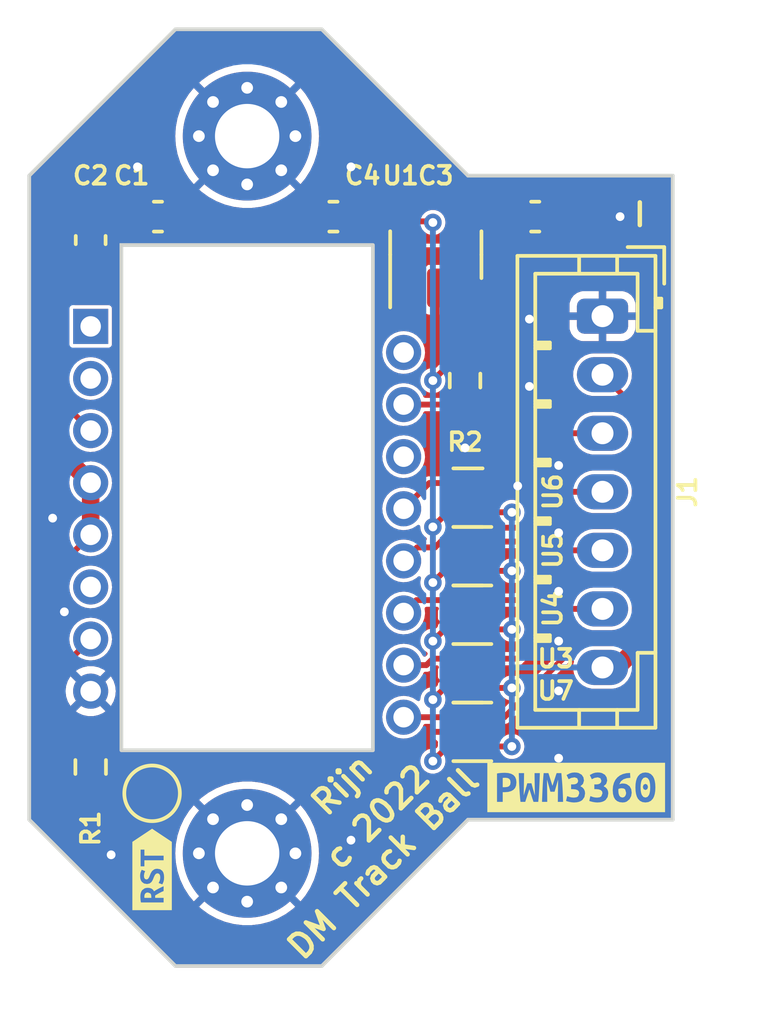
<source format=kicad_pcb>
(kicad_pcb (version 20211014) (generator pcbnew)
  (title_block (rev "1"))
  (layers (0 "F.Cu" signal "Front") (1 "In1.Cu" signal) (2 "In2.Cu" signal) (31 "B.Cu" signal "Back") (34 "B.Paste" user) (35 "F.Paste" user) (36 "B.SilkS" user "B.Silkscreen") (37 "F.SilkS" user "F.Silkscreen") (38 "B.Mask" user) (39 "F.Mask" user) (44 "Edge.Cuts" user))
  (net 0 "")
  (net 1 "Net-(C1-Pad1)")
  (net 2 "GND")
  (net 3 "+5V")
  (net 4 "+1V8")
  (net 5 "PWM_INT")
  (net 6 "PWM_CS")
  (net 7 "MISO")
  (net 8 "MOSI")
  (net 9 "SCK")
  (net 10 "Net-(R1-Pad1)")
  (net 11 "Net-(R2-Pad1)")
  (net 17 "/NCS_L")
  (net 18 "/MISO_L")
  (net 20 "/MOSI_L")
  (net 21 "/SCLK_L")
  (net 22 "/MOTION_L")
  (footprint "Package_TO_SOT_SMD:SOT-23-5" (layer "F.Cu") (at 173.9 78.7 90)
    (fp_text reference "U1" (at 2.7 -1.2 180) (layer "F.SilkS") (effects (font (size 0.6096 0.6096) (thickness 0.127))))
    (fp_text value "TLV70018_SOT23-5")
    (fp_line (start 0 1.56) (end 0.8 1.56) (layer "F.SilkS") (width 0.127))
    (fp_line (start 0 -1.56) (end 0.8 -1.56) (layer "F.SilkS") (width 0.127))
    (fp_line (start 0 1.56) (end -0.8 1.56) (layer "F.SilkS") (width 0.127))
    (fp_line (start 0 -1.56) (end -1.8 -1.56) (layer "F.SilkS") (width 0.127))
    (pad "1" smd roundrect (at -1.1375 -0.95 90) (size 1.325 0.6) (layers "F.Cu" "F.Paste" "F.Mask") (net 3 "+5V"))
    (pad "2" smd roundrect (at -1.1375 0 90) (size 1.325 0.6) (layers "F.Cu" "F.Paste" "F.Mask") (net 2 "GND"))
    (pad "3" smd roundrect (at -1.1375 0.95 90) (size 1.325 0.6) (layers "F.Cu" "F.Paste" "F.Mask") (net 3 "+5V"))
    (pad "4" smd roundrect (at 1.1375 0.95 90) (size 1.325 0.6) (layers "F.Cu" "F.Paste" "F.Mask"))
    (pad "5" smd roundrect (at 1.1375 -0.95 90) (size 1.325 0.6) (layers "F.Cu" "F.Paste" "F.Mask") (net 4 "+1V8"))
  )
  (footprint "pwm3360:USON-6" (layer "F.Cu") (at 175 89 90)
    (fp_text reference "U5" (at 0.2 2.9 90) (layer "F.SilkS") (effects (font (size 0.6096 0.6096) (thickness 0.127))))
    (fp_text value "SN74LVC1T45DPK")
    (fp_line (start -1 -0.5) (end -1 0.8) (layer "F.SilkS") (width 0.127))
    (fp_line (start 1 -0.5) (end 1 0.5) (layer "F.SilkS") (width 0.127))
    (pad "1" smd custom (at -0.5 0.675 90) (size 0.2 0.45) (layers "F.Cu" "F.Paste" "F.Mask") (net 3 "+5V") (options (clearance outline) (anchor rect)) (primitives (gr_poly (pts (xy -0.2 -0.225) (xy -0.2 -0.075) (xy -0.1 -0.075) (xy -0.1 -0.225)) (width 0) (fill yes))))
    (pad "2" smd rect (at 0 0.675 90) (size 0.2 0.45) (layers "F.Cu" "F.Paste" "F.Mask") (net 2 "GND"))
    (pad "3" smd rect (at 0.5 0.675 90) (size 0.2 0.45) (layers "F.Cu" "F.Paste" "F.Mask") (net 7 "MISO"))
    (pad "4" smd rect (at 0.5 -0.675 90) (size 0.2 0.45) (layers "F.Cu" "F.Paste" "F.Mask") (net 18 "/MISO_L"))
    (pad "5" smd rect (at 0 -0.675 90) (size 0.2 0.45) (layers "F.Cu" "F.Paste" "F.Mask") (net 6 "PWM_CS"))
    (pad "6" smd rect (at -0.5 -0.675 90) (size 0.2 0.45) (layers "F.Cu" "F.Paste" "F.Mask") (net 4 "+1V8"))
  )
  (footprint "Capacitor_SMD:C_0603_1608Metric" (layer "F.Cu") (at 162.1 78.2 -90)
    (fp_text reference "C2" (at -2.2 0 180) (layer "F.SilkS") (effects (font (size 0.6096 0.6096) (thickness 0.127))))
    (fp_text value "100n")
    (fp_line (start -0.14058 0.51) (end 0.14058 0.51) (layer "F.SilkS") (width 0.127))
    (fp_line (start -0.14058 -0.51) (end 0.14058 -0.51) (layer "F.SilkS") (width 0.127))
    (pad "1" smd roundrect (at -0.775 0 270) (size 0.9 0.95) (layers "F.Cu" "F.Paste" "F.Mask") (net 1 "Net-(C1-Pad1)"))
    (pad "2" smd roundrect (at 0.775 0 270) (size 0.9 0.95) (layers "F.Cu" "F.Paste" "F.Mask") (net 2 "GND"))
  )
  (footprint "pwm3360:USON-6" (layer "F.Cu") (at 175 95 90)
    (fp_text reference "U7" (at 1.4 3 180) (layer "F.SilkS") (effects (font (size 0.6096 0.6096) (thickness 0.127))))
    (fp_text value "SN74LVC1T45DPK")
    (fp_line (start 1 -0.5) (end 1 0.5) (layer "F.SilkS") (width 0.127))
    (fp_line (start -1 -0.5) (end -1 0.8) (layer "F.SilkS") (width 0.127))
    (pad "1" smd custom (at -0.5 0.675 90) (size 0.2 0.45) (layers "F.Cu" "F.Paste" "F.Mask") (net 3 "+5V") (options (clearance outline) (anchor rect)) (primitives (gr_poly (pts (xy -0.2 -0.225) (xy -0.2 -0.075) (xy -0.1 -0.075) (xy -0.1 -0.225)) (width 0) (fill yes))))
    (pad "2" smd rect (at 0 0.675 90) (size 0.2 0.45) (layers "F.Cu" "F.Paste" "F.Mask") (net 2 "GND"))
    (pad "3" smd rect (at 0.5 0.675 90) (size 0.2 0.45) (layers "F.Cu" "F.Paste" "F.Mask") (net 5 "PWM_INT"))
    (pad "4" smd rect (at 0.5 -0.675 90) (size 0.2 0.45) (layers "F.Cu" "F.Paste" "F.Mask") (net 22 "/MOTION_L"))
    (pad "5" smd rect (at 0 -0.675 90) (size 0.2 0.45) (layers "F.Cu" "F.Paste" "F.Mask") (net 2 "GND"))
    (pad "6" smd rect (at -0.5 -0.675 90) (size 0.2 0.45) (layers "F.Cu" "F.Paste" "F.Mask") (net 4 "+1V8"))
  )
  (footprint "pwm3360:USON-6" (layer "F.Cu") (at 175 93 90)
    (fp_text reference "U3" (at 0.5 3) (layer "F.SilkS") (effects (font (size 0.6096 0.6096) (thickness 0.127))))
    (fp_text value "SN74LVC1T45DPK")
    (fp_line (start 1 -0.5) (end 1 0.5) (layer "F.SilkS") (width 0.127))
    (fp_line (start -1 -0.5) (end -1 0.8) (layer "F.SilkS") (width 0.127))
    (pad "1" smd custom (at -0.5 0.675 90) (size 0.2 0.45) (layers "F.Cu" "F.Paste" "F.Mask") (net 3 "+5V") (options (clearance outline) (anchor rect)) (primitives (gr_poly (pts (xy -0.2 -0.225) (xy -0.2 -0.075) (xy -0.1 -0.075) (xy -0.1 -0.225)) (width 0) (fill yes))))
    (pad "2" smd rect (at 0 0.675 90) (size 0.2 0.45) (layers "F.Cu" "F.Paste" "F.Mask") (net 2 "GND"))
    (pad "3" smd rect (at 0.5 0.675 90) (size 0.2 0.45) (layers "F.Cu" "F.Paste" "F.Mask") (net 9 "SCK"))
    (pad "4" smd rect (at 0.5 -0.675 90) (size 0.2 0.45) (layers "F.Cu" "F.Paste" "F.Mask") (net 21 "/SCLK_L"))
    (pad "5" smd rect (at 0 -0.675 90) (size 0.2 0.45) (layers "F.Cu" "F.Paste" "F.Mask") (net 3 "+5V"))
    (pad "6" smd rect (at -0.5 -0.675 90) (size 0.2 0.45) (layers "F.Cu" "F.Paste" "F.Mask") (net 4 "+1V8"))
  )
  (footprint "pwm3360:DIP-16_W10.16mm" (layer "F.Cu") (at 162.1 81.15)
    (fp_text reference "U2" hide)
    (fp_text value "PWM3360")
    (fp_rect (start 1.05 -2.78) (end 9.65 14.48) (layer "Edge.Cuts") (width 0.127) (fill none))
    (pad "1" thru_hole rect (at 0 0) (size 1.2 1.2) (drill 0.7) (layers *.Cu *.Mask))
    (pad "2" thru_hole circle (at 0 1.78) (size 1.2 1.2) (drill 0.7) (layers *.Cu *.Mask))
    (pad "3" thru_hole circle (at 0 3.56) (size 1.2 1.2) (drill 0.7) (layers *.Cu *.Mask) (net 1 "Net-(C1-Pad1)"))
    (pad "4" thru_hole circle (at 0 5.34) (size 1.2 1.2) (drill 0.7) (layers *.Cu *.Mask) (net 4 "+1V8"))
    (pad "5" thru_hole circle (at 0 7.12) (size 1.2 1.2) (drill 0.7) (layers *.Cu *.Mask) (net 4 "+1V8"))
    (pad "6" thru_hole circle (at 0 8.9) (size 1.2 1.2) (drill 0.7) (layers *.Cu *.Mask))
    (pad "7" thru_hole circle (at 0 10.68) (size 1.2 1.2) (drill 0.7) (layers *.Cu *.Mask) (net 10 "Net-(R1-Pad1)"))
    (pad "8" thru_hole circle (at 0 12.46) (size 1.2 1.2) (drill 0.7) (layers *.Cu *.Mask) (net 2 "GND"))
    (pad "9" thru_hole circle (at 10.7 13.35) (size 1.2 1.2) (drill 0.7) (layers *.Cu *.Mask) (net 22 "/MOTION_L"))
    (pad "10" thru_hole circle (at 10.7 11.57) (size 1.2 1.2) (drill 0.7) (layers *.Cu *.Mask) (net 21 "/SCLK_L"))
    (pad "11" thru_hole circle (at 10.7 9.79) (size 1.2 1.2) (drill 0.7) (layers *.Cu *.Mask) (net 20 "/MOSI_L"))
    (pad "12" thru_hole circle (at 10.7 8.01) (size 1.2 1.2) (drill 0.7) (layers *.Cu *.Mask) (net 18 "/MISO_L"))
    (pad "13" thru_hole circle (at 10.7 6.23) (size 1.2 1.2) (drill 0.7) (layers *.Cu *.Mask) (net 17 "/NCS_L"))
    (pad "14" thru_hole circle (at 10.7 4.45) (size 1.2 1.2) (drill 0.7) (layers *.Cu *.Mask))
    (pad "15" thru_hole circle (at 10.7 2.67) (size 1.2 1.2) (drill 0.7) (layers *.Cu *.Mask) (net 11 "Net-(R2-Pad1)"))
    (pad "16" thru_hole circle (at 10.7 0.89) (size 1.2 1.2) (drill 0.7) (layers *.Cu *.Mask))
  )
  (footprint "TestPoint:TestPoint_Pad_D1.5mm" (layer "F.Cu") (at 164.2 97.1)
    (fp_text reference "TP1")
    (fp_text value "TestPoint")
    (fp_circle (center 0 0) (end 0 0.95) (layer "F.SilkS") (width 0.127) (fill none))
    (pad "1" smd circle (at 0 0) (size 1.5 1.5) (layers "F.Cu" "F.Mask") (net 10 "Net-(R1-Pad1)"))
  )
  (footprint "pwm3360:USON-6" (layer "F.Cu") (at 175 91 90)
    (fp_text reference "U4" (at 0.2 2.9 90) (layer "F.SilkS") (effects (font (size 0.6096 0.6096) (thickness 0.127))))
    (fp_text value "SN74LVC1T45DPK")
    (fp_line (start -1 -0.5) (end -1 0.8) (layer "F.SilkS") (width 0.127))
    (fp_line (start 1 -0.5) (end 1 0.5) (layer "F.SilkS") (width 0.127))
    (pad "1" smd custom (at -0.5 0.675 90) (size 0.2 0.45) (layers "F.Cu" "F.Paste" "F.Mask") (net 3 "+5V") (options (clearance outline) (anchor rect)) (primitives (gr_poly (pts (xy -0.2 -0.225) (xy -0.2 -0.075) (xy -0.1 -0.075) (xy -0.1 -0.225)) (width 0) (fill yes))))
    (pad "2" smd rect (at 0 0.675 90) (size 0.2 0.45) (layers "F.Cu" "F.Paste" "F.Mask") (net 2 "GND"))
    (pad "3" smd rect (at 0.5 0.675 90) (size 0.2 0.45) (layers "F.Cu" "F.Paste" "F.Mask") (net 8 "MOSI"))
    (pad "4" smd rect (at 0.5 -0.675 90) (size 0.2 0.45) (layers "F.Cu" "F.Paste" "F.Mask") (net 20 "/MOSI_L"))
    (pad "5" smd rect (at 0 -0.675 90) (size 0.2 0.45) (layers "F.Cu" "F.Paste" "F.Mask") (net 3 "+5V"))
    (pad "6" smd rect (at -0.5 -0.675 90) (size 0.2 0.45) (layers "F.Cu" "F.Paste" "F.Mask") (net 4 "+1V8"))
  )
  (footprint "Connector_JST:JST_PH_B7B-PH-K_1x07_P2.00mm_Vertical" (layer "F.Cu") (at 179.6 80.8 -90)
    (fp_text reference "J1" (at 6 -2.9 90) (layer "F.SilkS") (effects (font (size 0.6096 0.6096) (thickness 0.127))))
    (fp_text value "Conn_01x07_Female")
    (fp_line (start -0.3 -1.91) (end -0.6 -1.91) (layer "F.SilkS") (width 0.127))
    (fp_line (start -2.06 0.8) (end -1.45 0.8) (layer "F.SilkS") (width 0.127))
    (fp_line (start 14.06 2.91) (end 14.06 -1.81) (layer "F.SilkS") (width 0.127))
    (fp_line (start 0.5 -1.81) (end 0.5 -1.2) (layer "F.SilkS") (width 0.127))
    (fp_line (start 1.1 1.8) (end 1.1 2.3) (layer "F.SilkS") (width 0.127))
    (fp_line (start 0.5 -1.2) (end -1.45 -1.2) (layer "F.SilkS") (width 0.127))
    (fp_line (start -2.36 -2.11) (end -2.36 -0.86) (layer "F.SilkS") (width 0.127))
    (fp_line (start -1.45 -1.2) (end -1.45 2.3) (layer "F.SilkS") (width 0.127))
    (fp_line (start 2.9 2.3) (end 2.9 1.8) (layer "F.SilkS") (width 0.127))
    (fp_line (start 9 2.3) (end 9 1.8) (layer "F.SilkS") (width 0.127))
    (fp_line (start 6.9 2.3) (end 6.9 1.8) (layer "F.SilkS") (width 0.127))
    (fp_line (start 6.9 1.8) (end 7.1 1.8) (layer "F.SilkS") (width 0.127))
    (fp_line (start -0.6 -2.01) (end -0.6 -1.81) (layer "F.SilkS") (width 0.127))
    (fp_line (start 11.1 1.8) (end 11.1 2.3) (layer "F.SilkS") (width 0.127))
    (fp_line (start 0.9 2.3) (end 0.9 1.8) (layer "F.SilkS") (width 0.127))
    (fp_line (start 8.9 2.3) (end 8.9 1.8) (layer "F.SilkS") (width 0.127))
    (fp_line (start 3.1 1.8) (end 3.1 2.3) (layer "F.SilkS") (width 0.127))
    (fp_line (start 2.9 1.8) (end 3.1 1.8) (layer "F.SilkS") (width 0.127))
    (fp_line (start 7 2.3) (end 7 1.8) (layer "F.SilkS") (width 0.127))
    (fp_line (start 13.45 2.3) (end 13.45 -1.2) (layer "F.SilkS") (width 0.127))
    (fp_line (start -1.11 -2.11) (end -2.36 -2.11) (layer "F.SilkS") (width 0.127))
    (fp_line (start 5 2.3) (end 5 1.8) (layer "F.SilkS") (width 0.127))
    (fp_line (start -2.06 -1.81) (end -2.06 2.91) (layer "F.SilkS") (width 0.127))
    (fp_line (start 4.9 2.3) (end 4.9 1.8) (layer "F.SilkS") (width 0.127))
    (fp_line (start 13.45 -1.2) (end 11.5 -1.2) (layer "F.SilkS") (width 0.127))
    (fp_line (start 7.1 1.8) (end 7.1 2.3) (layer "F.SilkS") (width 0.127))
    (fp_line (start -2.06 -0.5) (end -1.45 -0.5) (layer "F.SilkS") (width 0.127))
    (fp_line (start 8.9 1.8) (end 9.1 1.8) (layer "F.SilkS") (width 0.127))
    (fp_line (start 9.1 1.8) (end 9.1 2.3) (layer "F.SilkS") (width 0.127))
    (fp_line (start 1 2.3) (end 1 1.8) (layer "F.SilkS") (width 0.127))
    (fp_line (start 10.9 2.3) (end 10.9 1.8) (layer "F.SilkS") (width 0.127))
    (fp_line (start 10.9 1.8) (end 11.1 1.8) (layer "F.SilkS") (width 0.127))
    (fp_line (start 14.06 -0.5) (end 13.45 -0.5) (layer "F.SilkS") (width 0.127))
    (fp_line (start 14.06 0.8) (end 13.45 0.8) (layer "F.SilkS") (width 0.127))
    (fp_line (start -2.06 2.91) (end 14.06 2.91) (layer "F.SilkS") (width 0.127))
    (fp_line (start 14.06 -1.81) (end -2.06 -1.81) (layer "F.SilkS") (width 0.127))
    (fp_line (start 0.9 1.8) (end 1.1 1.8) (layer "F.SilkS") (width 0.127))
    (fp_line (start 4.9 1.8) (end 5.1 1.8) (layer "F.SilkS") (width 0.127))
    (fp_line (start 3 2.3) (end 3 1.8) (layer "F.SilkS") (width 0.127))
    (fp_line (start 11.5 -1.2) (end 11.5 -1.81) (layer "F.SilkS") (width 0.127))
    (fp_line (start -1.45 2.3) (end 13.45 2.3) (layer "F.SilkS") (width 0.127))
    (fp_line (start -0.3 -2.01) (end -0.6 -2.01) (layer "F.SilkS") (width 0.127))
    (fp_line (start 5.1 1.8) (end 5.1 2.3) (layer "F.SilkS") (width 0.127))
    (fp_line (start 11 2.3) (end 11 1.8) (layer "F.SilkS") (width 0.127))
    (fp_line (start -0.3 -1.81) (end -0.3 -2.01) (layer "F.SilkS") (width 0.127))
    (pad "1" thru_hole roundrect (at 0 0 270) (size 1.2 1.75) (drill 0.75) (layers *.Cu *.Mask) (roundrect_rratio 0.208333) (net 2 "GND"))
    (pad "2" thru_hole oval (at 2 0 270) (size 1.2 1.75) (drill 0.75) (layers *.Cu *.Mask) (net 5 "PWM_INT"))
    (pad "3" thru_hole oval (at 4 0 270) (size 1.2 1.75) (drill 0.75) (layers *.Cu *.Mask) (net 6 "PWM_CS"))
    (pad "4" thru_hole oval (at 6 0 270) (size 1.2 1.75) (drill 0.75) (layers *.Cu *.Mask) (net 7 "MISO"))
    (pad "5" thru_hole oval (at 8 0 270) (size 1.2 1.75) (drill 0.75) (layers *.Cu *.Mask) (net 8 "MOSI"))
    (pad "6" thru_hole oval (at 10 0 270) (size 1.2 1.75) (drill 0.75) (layers *.Cu *.Mask) (net 9 "SCK"))
    (pad "7" thru_hole oval (at 12 0 270) (size 1.2 1.75) (drill 0.75) (layers *.Cu *.Mask) (net 3 "+5V"))
  )
  (footprint "Capacitor_SMD:C_0603_1608Metric" (layer "F.Cu") (at 164.4 77.4)
    (fp_text reference "C1" (at -0.9 -1.4) (layer "F.SilkS") (effects (font (size 0.6096 0.6096) (thickness 0.127))))
    (fp_text value "4.7u")
    (fp_line (start -0.14058 0.51) (end 0.14058 0.51) (layer "F.SilkS") (width 0.127))
    (fp_line (start -0.14058 -0.51) (end 0.14058 -0.51) (layer "F.SilkS") (width 0.127))
    (pad "1" smd roundrect (at -0.775 0) (size 0.9 0.95) (layers "F.Cu" "F.Paste" "F.Mask") (net 1 "Net-(C1-Pad1)"))
    (pad "2" smd roundrect (at 0.775 0) (size 0.9 0.95) (layers "F.Cu" "F.Paste" "F.Mask") (net 2 "GND"))
  )
  (footprint "Resistor_SMD:R_0603_1608Metric" (layer "F.Cu") (at 174.9 83 90)
    (fp_text reference "R2" (at -2.1 0 180) (layer "F.SilkS") (effects (font (size 0.6096 0.6096) (thickness 0.127))))
    (fp_text value "39")
    (fp_line (start -0.237258 0.5225) (end 0.237258 0.5225) (layer "F.SilkS") (width 0.127))
    (fp_line (start -0.237258 -0.5225) (end 0.237258 -0.5225) (layer "F.SilkS") (width 0.127))
    (pad "1" smd roundrect (at -0.825 0 90) (size 0.8 0.95) (layers "F.Cu" "F.Paste" "F.Mask") (net 11 "Net-(R2-Pad1)"))
    (pad "2" smd roundrect (at 0.825 0 90) (size 0.8 0.95) (layers "F.Cu" "F.Paste" "F.Mask") (net 4 "+1V8"))
  )
  (footprint "pwm3360:USON-6" (layer "F.Cu") (at 175 87 90)
    (fp_text reference "U6" (at 0.2 2.9 90) (layer "F.SilkS") (effects (font (size 0.6096 0.6096) (thickness 0.127))))
    (fp_text value "SN74LVC1T45DPK")
    (fp_line (start 1 -0.5) (end 1 0.5) (layer "F.SilkS") (width 0.127))
    (fp_line (start -1 -0.5) (end -1 0.8) (layer "F.SilkS") (width 0.127))
    (pad "1" smd custom (at -0.5 0.675 90) (size 0.2 0.45) (layers "F.Cu" "F.Paste" "F.Mask") (net 3 "+5V") (options (clearance outline) (anchor rect)) (primitives (gr_poly (pts (xy -0.2 -0.225) (xy -0.2 -0.075) (xy -0.1 -0.075) (xy -0.1 -0.225)) (width 0) (fill yes))))
    (pad "2" smd rect (at 0 0.675 90) (size 0.2 0.45) (layers "F.Cu" "F.Paste" "F.Mask") (net 2 "GND"))
    (pad "3" smd rect (at 0.5 0.675 90) (size 0.2 0.45) (layers "F.Cu" "F.Paste" "F.Mask") (net 6 "PWM_CS"))
    (pad "4" smd rect (at 0.5 -0.675 90) (size 0.2 0.45) (layers "F.Cu" "F.Paste" "F.Mask") (net 17 "/NCS_L"))
    (pad "5" smd rect (at 0 -0.675 90) (size 0.2 0.45) (layers "F.Cu" "F.Paste" "F.Mask") (net 3 "+5V"))
    (pad "6" smd rect (at -0.5 -0.675 90) (size 0.2 0.45) (layers "F.Cu" "F.Paste" "F.Mask") (net 4 "+1V8"))
  )
  (footprint "Resistor_SMD:R_0603_1608Metric" (layer "F.Cu") (at 162.1 96.2 -90)
    (fp_text reference "R1" (at 2.1 0 90) (layer "F.SilkS") (effects (font (size 0.6096 0.6096) (thickness 0.127))))
    (fp_text value "10k")
    (fp_line (start -0.237258 -0.5225) (end 0.237258 -0.5225) (layer "F.SilkS") (width 0.127))
    (fp_line (start -0.237258 0.5225) (end 0.237258 0.5225) (layer "F.SilkS") (width 0.127))
    (pad "1" smd roundrect (at -0.825 0 270) (size 0.8 0.95) (layers "F.Cu" "F.Paste" "F.Mask") (net 10 "Net-(R1-Pad1)"))
    (pad "2" smd roundrect (at 0.825 0 270) (size 0.8 0.95) (layers "F.Cu" "F.Paste" "F.Mask") (net 4 "+1V8"))
  )
  (footprint "MountingHole:MountingHole_2.2mm_M2_Pad_Via" (layer "F.Cu") (at 167.45 74.65)
    (fp_text reference "H1")
    (fp_text value "MountingHole_Pad")
    (pad "1" thru_hole circle (at 0 -1.65) (size 0.7 0.7) (drill 0.4) (layers *.Cu *.Mask) (net 2 "GND"))
    (pad "1" thru_hole circle (at -1.166726 1.166726) (size 0.7 0.7) (drill 0.4) (layers *.Cu *.Mask) (net 2 "GND"))
    (pad "1" thru_hole circle (at -1.65 0) (size 0.7 0.7) (drill 0.4) (layers *.Cu *.Mask) (net 2 "GND"))
    (pad "1" thru_hole circle (at 0 0) (size 4.4 4.4) (drill 2.2) (layers *.Cu *.Mask) (net 2 "GND"))
    (pad "1" thru_hole circle (at 1.166726 1.166726) (size 0.7 0.7) (drill 0.4) (layers *.Cu *.Mask) (net 2 "GND"))
    (pad "1" thru_hole circle (at 1.65 0) (size 0.7 0.7) (drill 0.4) (layers *.Cu *.Mask) (net 2 "GND"))
    (pad "1" thru_hole circle (at -1.166726 -1.166726) (size 0.7 0.7) (drill 0.4) (layers *.Cu *.Mask) (net 2 "GND"))
    (pad "1" thru_hole circle (at 0 1.65) (size 0.7 0.7) (drill 0.4) (layers *.Cu *.Mask) (net 2 "GND"))
    (pad "1" thru_hole circle (at 1.166726 -1.166726) (size 0.7 0.7) (drill 0.4) (layers *.Cu *.Mask) (net 2 "GND"))
  )
  (footprint "kibuzzard-62C9E26A" (layer "F.Cu") (at 164.2 99.7 90)
    (fp_text reference "kibuzzard-62C9E26A" hide)
    (fp_text value "G***" hide)
    (fp_poly (pts (xy -1.127266 -0.674793) (xy -1.391849 -0.674793) (xy -1.391849 0.674793) (xy -1.127266 0.674793) (xy -0.574816 0.674793) (xy -0.574816 0.3937) (xy -0.738646 0.3937) (xy -0.770237 0.318929) (xy -0.806591 0.247015) (xy -0.846755 0.176054) (xy -0.889776 0.10414) (xy -0.971056 0.10414) (xy -0.971056 0.3937) (xy -1.127266 0.3937) (xy -1.127266 -0.381) (xy -1.077101 -0.390525) (xy -1.021856 -0.396875) (xy -0.968516 -0.40005) (xy -0.924066 -0.40132) (xy -0.859931 -0.39751) (xy -0.802146 -0.38608) (xy -0.751346 -0.366713) (xy -0.708166 -0.33909) (xy -0.647841 -0.258445) (xy -0.632125 -0.205264) (xy -0.626886 -0.14351) (xy -0.633871 -0.078105) (xy -0.654826 -0.01905) (xy -0.691974 0.030163) (xy -0.747536 0.06604) (xy -0.701816 0.139065) (xy -0.654826 0.222885) (xy -0.611011 0.310515) (xy -0.574816 0.3937) (xy -0.574816 0.674793) (xy -0.266206 0.674793) (xy -0.266206 0.41021) (xy -0.354154 0.404971) (xy -0.422416 0.389255) (xy -0.510046 0.35052) (xy -0.464326 0.22352) (xy -0.382411 0.26162) (xy -0.329547 0.274955) (xy -0.266206 0.2794) (xy -0.200801 0.271145) (xy -0.159526 0.248285) (xy -0.138571 0.215265) (xy -0.132856 0.1778) (xy -0.146826 0.13462) (xy -0.182386 0.100965) (xy -0.230646 0.074295) (xy -0.283986 0.05207) (xy -0.357646 0.02286) (xy -0.426861 -0.01905) (xy -0.478296 -0.081915) (xy -0.498616 -0.17526) (xy -0.480677 -0.273685) (xy -0.426861 -0.34798) (xy -0.373027 -0.382552) (xy -0.307199 -0.403296) (xy -0.229376 -0.41021) (xy -0.16159 -0.406083) (xy -0.103011 -0.3937) (xy -0.012206 -0.35687) (xy -0.057926 -0.23622) (xy -0.128411 -0.2667) (xy -0.217946 -0.2794) (xy -0.287091 -0.269381) (xy -0.328577 -0.239324) (xy -0.342406 -0.18923) (xy -0.329706 -0.149225) (xy -0.297321 -0.118745) (xy -0.252871 -0.09525) (xy -0.203976 -0.0762) (xy -0.127141 -0.045085) (xy -0.053481 0.000635) (xy 0.001764 0.071755) (xy 0.017956 0.119856) (xy 0.023354 0.17907) (xy 0.005415 0.277019) (xy -0.048401 0.349885) (xy -0.104493 0.383399) (xy -0.177094 0.403507) (xy -0.266206 0.41021) (xy -0.266206 0.674793) (xy 0.470394 0.674793) (xy 0.470394 0.3937) (xy 0.312914 0.3937) (xy 0.312914 -0.26289) (xy 0.105904 -0.26289) (xy 0.105904 -0.39243) (xy 0.677404 -0.39243) (xy 0.677404 -0.26289) (xy 0.470394 -0.26289) (xy 0.470394 0.3937) (xy 0.470394 0.674793) (xy 0.677404 0.674793) (xy 0.941987 0.674793) (xy 1.391849 0) (xy 0.941987 -0.674793) (xy 0.677404 -0.674793) (xy -1.127266 -0.674793)) (layer "F.SilkS") (width 0) (fill solid))
    (fp_poly (pts (xy -0.785636 -0.14478) (xy -0.795161 -0.198755) (xy -0.823736 -0.23622) (xy -0.867869 -0.258128) (xy -0.924066 -0.26543) (xy -0.945656 -0.264795) (xy -0.971056 -0.26162) (xy -0.971056 -0.0254) (xy -0.936766 -0.0254) (xy -0.867869 -0.033179) (xy -0.821196 -0.056515) (xy -0.785636 -0.14478)) (layer "F.SilkS") (width 0) (fill solid))
  )
  (footprint "Capacitor_SMD:C_0603_1608Metric" (layer "F.Cu") (at 170.4 77.4 180)
    (fp_text reference "C4" (at -1 1.4) (layer "F.SilkS") (effects (font (size 0.6096 0.6096) (thickness 0.127))))
    (fp_text value "10u")
    (fp_line (start -0.14058 -0.51) (end 0.14058 -0.51) (layer "F.SilkS") (width 0.127))
    (fp_line (start -0.14058 0.51) (end 0.14058 0.51) (layer "F.SilkS") (width 0.127))
    (pad "1" smd roundrect (at -0.775 0 180) (size 0.9 0.95) (layers "F.Cu" "F.Paste" "F.Mask") (net 4 "+1V8"))
    (pad "2" smd roundrect (at 0.775 0 180) (size 0.9 0.95) (layers "F.Cu" "F.Paste" "F.Mask") (net 2 "GND"))
  )
  (footprint "kibuzzard-62C9E1CF" (layer "F.Cu") (at 178.7 96.9)
    (fp_text reference "kibuzzard-62C9E1CF" hide)
    (fp_text value "G***" hide)
    (fp_poly (pts (xy 1.558131 0.0254) (xy 1.496219 0.03175) (xy 1.443831 0.049212) (xy 1.44145 0.077787) (xy 1.440656 0.10795) (xy 1.447006 0.196056) (xy 1.469231 0.271462) (xy 1.512888 0.324644) (xy 1.581944 0.344487) (xy 1.639094 0.328612) (xy 1.677988 0.288925) (xy 1.700213 0.236537) (xy 1.707356 0.180975) (xy 1.674019 0.065881) (xy 1.628378 0.03552) (xy 1.558131 0.0254)) (layer "F.SilkS") (width 0) (fill solid))
    (fp_poly (pts (xy -2.707481 -0.843492) (xy -3.03821 -0.843492) (xy -3.03821 0.843492) (xy -2.707481 0.843492) (xy -2.512219 0.843492) (xy -2.512219 0.492125) (xy -2.707481 0.492125) (xy -2.707481 -0.477838) (xy -2.643188 -0.48895) (xy -2.570956 -0.496094) (xy -2.499519 -0.500063) (xy -2.437606 -0.50165) (xy -2.322072 -0.493095) (xy -2.225234 -0.467431) (xy -2.147094 -0.424656) (xy -2.089767 -0.362479) (xy -2.055372 -0.278606) (xy -2.043906 -0.173038) (xy -2.05546 -0.06641) (xy -2.09012 0.018521) (xy -2.147887 0.081756) (xy -2.226822 0.125412) (xy -2.324982 0.151606) (xy -2.442369 0.160337) (xy -2.512219 0.160337) (xy -2.512219 0.492125) (xy -2.512219 0.843492) (xy -1.297781 0.843492) (xy -1.297781 0.492125) (xy -1.459706 0.492125) (xy -1.494631 0.388342) (xy -1.529556 0.277019) (xy -1.564481 0.164505) (xy -1.599406 0.05715) (xy -1.635125 0.161528) (xy -1.672431 0.274637) (xy -1.708944 0.387747) (xy -1.742281 0.492125) (xy -1.904206 0.492125) (xy -1.916113 0.379214) (xy -1.926431 0.259556) (xy -1.935361 0.135731) (xy -1.9431 0.010319) (xy -1.949648 -0.116284) (xy -1.955006 -0.243681) (xy -1.959372 -0.369292) (xy -1.962944 -0.490538) (xy -1.781969 -0.490538) (xy -1.783556 -0.395288) (xy -1.785144 -0.296863) (xy -1.786731 -0.197048) (xy -1.788319 -0.097631) (xy -1.789906 0.000397) (xy -1.791494 0.096044) (xy -1.792684 0.187523) (xy -1.793081 0.27305) (xy -1.760537 0.161925) (xy -1.725612 0.042862) (xy -1.694656 -0.065088) (xy -1.672431 -0.142875) (xy -1.529556 -0.142875) (xy -1.510506 -0.068263) (xy -1.482725 0.030162) (xy -1.449387 0.14605) (xy -1.413669 0.27305) (xy -1.414066 0.187523) (xy -1.415256 0.096044) (xy -1.416844 0.000595) (xy -1.418431 -0.096838) (xy -1.420019 -0.195858) (xy -1.421606 -0.296069) (xy -1.422797 -0.395089) (xy -1.423194 -0.490538) (xy -1.242219 -0.490538) (xy -1.246981 -0.368102) (xy -1.251744 -0.242094) (xy -1.256903 -0.114697) (xy -1.262856 0.011906) (xy -1.269802 0.13712) (xy -1.277937 0.26035) (xy -1.287264 0.379412) (xy -1.297781 0.492125) (xy -1.297781 0.843492) (xy -0.448469 0.843492) (xy -0.448469 0.492125) (xy -0.627856 0.492125) (xy -0.618331 -0.271463) (xy -0.738981 0.144462) (xy -0.881856 0.144462) (xy -0.997744 -0.271463) (xy -0.989806 0.492125) (xy -1.169194 0.492125) (xy -1.164233 0.369094) (xy -1.158875 0.2413) (xy -1.15312 0.111522) (xy -1.146969 -0.017463) (xy -1.140023 -0.144066) (xy -1.131887 -0.2667) (xy -1.122561 -0.382984) (xy -1.112044 -0.490538) (xy -0.950119 -0.490538) (xy -0.922337 -0.404813) (xy -0.886619 -0.2921) (xy -0.848519 -0.169863) (xy -0.812006 -0.055563) (xy -0.772319 -0.177006) (xy -0.732631 -0.297656) (xy -0.697706 -0.4064) (xy -0.669131 -0.490538) (xy -0.507206 -0.490538) (xy -0.496292 -0.363538) (xy -0.485775 -0.239713) (xy -0.47625 -0.11807) (xy -0.468312 0.002381) (xy -0.461764 0.122634) (xy -0.456406 0.243681) (xy -0.452041 0.366514) (xy -0.448469 0.492125) (xy -0.448469 0.843492) (xy -0.073819 0.843492) (xy -0.073819 0.512762) (xy -0.150812 0.507206) (xy -0.2286 0.493712) (xy -0.297656 0.47625) (xy -0.346869 0.458787) (xy -0.308769 0.295275) (xy -0.214312 0.328612) (xy -0.150614 0.341709) (xy -0.075406 0.346075) (xy 0.009723 0.335359) (xy 0.065088 0.303212) (xy 0.105569 0.19685) (xy 0.090091 0.13077) (xy 0.043656 0.088106) (xy -0.026591 0.064889) (xy -0.113506 0.05715) (xy -0.173831 0.05715) (xy -0.173831 -0.104775) (xy -0.100806 -0.104775) (xy -0.040481 -0.111125) (xy 0.013494 -0.131763) (xy 0.052388 -0.169863) (xy 0.067469 -0.230188) (xy 0.034925 -0.315119) (xy -0.054769 -0.346075) (xy -0.1651 -0.327819) (xy -0.259556 -0.282575) (xy -0.329406 -0.42545) (xy -0.2159 -0.483394) (xy -0.140692 -0.50542) (xy -0.056356 -0.512763) (xy 0.020836 -0.507603) (xy 0.087313 -0.492125) (xy 0.188119 -0.434181) (xy 0.246856 -0.346075) (xy 0.265906 -0.236538) (xy 0.232569 -0.123825) (xy 0.143669 -0.041275) (xy 0.211336 -0.001984) (xy 0.261938 0.052387) (xy 0.293489 0.120253) (xy 0.304006 0.200025) (xy 0.281781 0.325437) (xy 0.213519 0.424656) (xy 0.161131 0.461962) (xy 0.096044 0.489744) (xy 0.017859 0.507008) (xy -0.073819 0.512762) (xy -0.073819 0.843492) (xy 0.719931 0.843492) (xy 0.719931 0.512762) (xy 0.642938 0.507206) (xy 0.56515 0.493712) (xy 0.496094 0.47625) (xy 0.446881 0.458787) (xy 0.484981 0.295275) (xy 0.579438 0.328612) (xy 0.643136 0.341709) (xy 0.718344 0.346075) (xy 0.803473 0.335359) (xy 0.858838 0.303212) (xy 0.899319 0.19685) (xy 0.883841 0.13077) (xy 0.837406 0.088106) (xy 0.767159 0.064889) (xy 0.680244 0.05715) (xy 0.619919 0.05715) (xy 0.619919 -0.104775) (xy 0.692944 -0.104775) (xy 0.753269 -0.111125) (xy 0.807244 -0.131763) (xy 0.846138 -0.169863) (xy 0.861219 -0.230188) (xy 0.828675 -0.315119) (xy 0.738981 -0.346075) (xy 0.62865 -0.327819) (xy 0.534194 -0.282575) (xy 0.464344 -0.42545) (xy 0.57785 -0.483394) (xy 0.653058 -0.50542) (xy 0.737394 -0.512763) (xy 0.814586 -0.507603) (xy 0.881063 -0.492125) (xy 0.981869 -0.434181) (xy 1.040606 -0.346075) (xy 1.059656 -0.236538) (xy 1.026319 -0.123825) (xy 0.937419 -0.041275) (xy 1.005086 -0.001984) (xy 1.055688 0.052387) (xy 1.087239 0.120253) (xy 1.097756 0.200025) (xy 1.075531 0.325437) (xy 1.007269 0.424656) (xy 0.954881 0.461962) (xy 0.889794 0.489744) (xy 0.811609 0.507008) (xy 0.719931 0.512762) (xy 0.719931 0.843492) (xy 1.586706 0.843492) (xy 1.586706 0.512762) (xy 1.485371 0.501385) (xy 1.401498 0.467254) (xy 1.335088 0.410369) (xy 1.287022 0.329318) (xy 1.258182 0.222691) (xy 1.248569 0.090487) (xy 1.259086 -0.044053) (xy 1.290638 -0.161925) (xy 1.341636 -0.262731) (xy 1.410494 -0.346075) (xy 1.496219 -0.411559) (xy 1.597819 -0.458788) (xy 1.713309 -0.487363) (xy 1.840706 -0.496888) (xy 1.851819 -0.3302) (xy 1.727994 -0.3175) (xy 1.616869 -0.280194) (xy 1.528763 -0.212725) (xy 1.473994 -0.109538) (xy 1.532731 -0.129381) (xy 1.583531 -0.136525) (xy 1.662708 -0.130175) (xy 1.728788 -0.111125) (xy 1.826419 -0.042863) (xy 1.881188 0.05715) (xy 1.897856 0.1778) (xy 1.8796 0.293687) (xy 1.823244 0.401637) (xy 1.726406 0.481806) (xy 1.662113 0.505023) (xy 1.586706 0.512762) (xy 1.586706 0.843492) (xy 2.366169 0.843492) (xy 2.366169 0.512762) (xy 2.263863 0.498651) (xy 2.179197 0.456318) (xy 2.112169 0.385762) (xy 2.07397 0.313928) (xy 2.046684 0.225425) (xy 2.030313 0.120253) (xy 2.024856 -0.001588) (xy 2.030413 -0.122039) (xy 2.047081 -0.226219) (xy 2.074863 -0.314127) (xy 2.113756 -0.385763) (xy 2.181313 -0.456318) (xy 2.265451 -0.498651) (xy 2.366169 -0.512763) (xy 2.468474 -0.49874) (xy 2.553141 -0.456671) (xy 2.620169 -0.386556) (xy 2.658368 -0.315168) (xy 2.685653 -0.227211) (xy 2.702024 -0.122684) (xy 2.707481 -0.001588) (xy 2.702024 0.120253) (xy 2.685653 0.225425) (xy 2.658368 0.313928) (xy 2.620169 0.385762) (xy 2.553141 0.456318) (xy 2.468474 0.498651) (xy 2.366169 0.512762) (xy 2.366169 0.843492) (xy 2.707481 0.843492) (xy 3.03821 0.843492) (xy 3.03821 -0.843492) (xy 2.707481 -0.843492) (xy -2.707481 -0.843492)) (layer "F.SilkS") (width 0) (fill solid))
    (fp_poly (pts (xy -2.415381 -0.331788) (xy -2.4638 -0.330994) (xy -2.512219 -0.327025) (xy -2.512219 -0.009525) (xy -2.432844 -0.009525) (xy -2.350691 -0.018852) (xy -2.291556 -0.046831) (xy -2.255837 -0.097433) (xy -2.243931 -0.174625) (xy -2.255639 -0.247848) (xy -2.290762 -0.296069) (xy -2.345333 -0.322858) (xy -2.415381 -0.331788)) (layer "F.SilkS") (width 0) (fill solid))
    (fp_poly (pts (xy 2.531269 -0.001588) (xy 2.526594 -0.104863) (xy 2.512572 -0.190324) (xy 2.4892 -0.257969) (xy 2.437408 -0.324048) (xy 2.366169 -0.346075) (xy 2.295922 -0.324048) (xy 2.243931 -0.257969) (xy 2.220119 -0.190324) (xy 2.205831 -0.104863) (xy 2.201069 -0.001588) (xy 2.205831 0.10257) (xy 2.220119 0.18856) (xy 2.243931 0.256381) (xy 2.295922 0.322461) (xy 2.366169 0.344487) (xy 2.367756 0.343997) (xy 2.367756 0.087312) (xy 2.302669 0.056356) (xy 2.278856 -0.017463) (xy 2.302669 -0.092075) (xy 2.367756 -0.123825) (xy 2.430463 -0.092075) (xy 2.455069 -0.017463) (xy 2.430463 0.056356) (xy 2.367756 0.087312) (xy 2.367756 0.343997) (xy 2.437408 0.322461) (xy 2.4892 0.256381) (xy 2.512572 0.18856) (xy 2.526594 0.10257) (xy 2.531269 -0.001588)) (layer "F.SilkS") (width 0) (fill solid))
  )
  (footprint "MountingHole:MountingHole_2.2mm_M2_Pad_Via" (layer "F.Cu") (at 167.45 99.15)
    (fp_text reference "H2")
    (fp_text value "MountingHole_Pad")
    (pad "1" thru_hole circle (at 0 0) (size 4.4 4.4) (drill 2.2) (layers *.Cu *.Mask) (net 2 "GND"))
    (pad "1" thru_hole circle (at -1.166726 -1.166726) (size 0.7 0.7) (drill 0.4) (layers *.Cu *.Mask) (net 2 "GND"))
    (pad "1" thru_hole circle (at -1.166726 1.166726) (size 0.7 0.7) (drill 0.4) (layers *.Cu *.Mask) (net 2 "GND"))
    (pad "1" thru_hole circle (at 1.166726 1.166726) (size 0.7 0.7) (drill 0.4) (layers *.Cu *.Mask) (net 2 "GND"))
    (pad "1" thru_hole circle (at 0 -1.65) (size 0.7 0.7) (drill 0.4) (layers *.Cu *.Mask) (net 2 "GND"))
    (pad "1" thru_hole circle (at 1.65 0) (size 0.7 0.7) (drill 0.4) (layers *.Cu *.Mask) (net 2 "GND"))
    (pad "1" thru_hole circle (at 1.166726 -1.166726) (size 0.7 0.7) (drill 0.4) (layers *.Cu *.Mask) (net 2 "GND"))
    (pad "1" thru_hole circle (at 0 1.65) (size 0.7 0.7) (drill 0.4) (layers *.Cu *.Mask) (net 2 "GND"))
    (pad "1" thru_hole circle (at -1.65 0) (size 0.7 0.7) (drill 0.4) (layers *.Cu *.Mask) (net 2 "GND"))
  )
  (footprint "Capacitor_SMD:C_0603_1608Metric" (layer "F.Cu") (at 177.3 77.4)
    (fp_text reference "C3" (at -3.4 -1.4 180) (layer "F.SilkS") (effects (font (size 0.6096 0.6096) (thickness 0.127))))
    (fp_text value "10u")
    (fp_line (start -0.14058 0.51) (end 0.14058 0.51) (layer "F.SilkS") (width 0.127))
    (fp_line (start -0.14058 -0.51) (end 0.14058 -0.51) (layer "F.SilkS") (width 0.127))
    (pad "1" smd roundrect (at -0.775 0) (size 0.9 0.95) (layers "F.Cu" "F.Paste" "F.Mask") (net 3 "+5V"))
    (pad "2" smd roundrect (at 0.775 0) (size 0.9 0.95) (layers "F.Cu" "F.Paste" "F.Mask") (net 2 "GND"))
  )
  (gr_line (start 160 98) (end 160 76) (layer "Edge.Cuts") (width 0.127))
  (gr_line (start 170 71) (end 175 76) (layer "Edge.Cuts") (width 0.127))
  (gr_line (start 170 103) (end 165 103) (layer "Edge.Cuts") (width 0.127))
  (gr_line (start 165 71) (end 160 76) (layer "Edge.Cuts") (width 0.127))
  (gr_line (start 175 76) (end 182 76) (layer "Edge.Cuts") (width 0.127))
  (gr_line (start 160 98) (end 165 103) (layer "Edge.Cuts") (width 0.127))
  (gr_line (start 175 98) (end 182 98) (layer "Edge.Cuts") (width 0.127))
  (gr_line (start 182 76) (end 182 98) (layer "Edge.Cuts") (width 0.127))
  (gr_line (start 165 71) (end 170 71) (layer "Edge.Cuts") (width 0.127))
  (gr_line (start 170 103) (end 175 98) (layer "Edge.Cuts") (width 0.127))
  (gr_text "-" (at 180.8 77.3 90) (layer "F.SilkS") (effects (font (size 1.016 1.016) (thickness 0.1524))))
  (gr_text "c 2022" (at 171.9 97.9 45) (layer "F.SilkS") (effects (font (size 0.8128 0.8128) (thickness 0.1524))))
  (gr_text "Rijn" (at 170.7 96.8 45) (layer "F.SilkS") (effects (font (size 0.8128 0.8128) (thickness 0.1524))))
  (gr_text "DM Track Ball" (at 172.1 99.5 45) (layer "F.SilkS") (effects (font (size 0.8128 0.8128) (thickness 0.1524))))
  (segment (start 163.6 77.425) (end 163.625 77.4) (width 0.2) (layer "F.Cu") (net 1))
  (segment (start 162.1 77.425) (end 163.6 77.425) (width 0.2) (layer "F.Cu") (net 1))
  (segment (start 162.1 84.71) (end 161.273489 83.883489) (width 0.2) (layer "F.Cu") (net 1))
  (segment (start 161.273489 83.883489) (end 161.273489 77.951511) (width 0.2) (layer "F.Cu") (net 1))
  (segment (start 161.273489 77.951511) (end 162 77.225) (width 0.2) (layer "F.Cu") (net 1))
  (via (at 160.8 87.7) (size 0.6) (drill 0.3) (layers "F.Cu" "B.Cu") (net 2))
  (via (at 178.1 95.9) (size 0.6) (drill 0.3) (layers "F.Cu" "B.Cu") (net 2))
  (via (at 178.1 85.9) (size 0.6) (drill 0.3) (layers "F.Cu" "B.Cu") (net 2))
  (via (at 178.1 90.2) (size 0.6) (drill 0.3) (layers "F.Cu" "B.Cu") (net 2))
  (via (at 162.8 99.2) (size 0.6) (drill 0.3) (layers "F.Cu" "B.Cu") (net 2))
  (via (at 178.1 91.9) (size 0.6) (drill 0.3) (layers "F.Cu" "B.Cu") (net 2))
  (via (at 171 98.7) (size 0.6) (drill 0.3) (layers "F.Cu" "B.Cu") (net 2))
  (via (at 180.2 77.4) (size 0.6) (drill 0.3) (layers "F.Cu" "B.Cu") (net 2))
  (via (at 176.7 86.6) (size 0.6) (drill 0.3) (layers "F.Cu" "B.Cu") (net 2))
  (via (at 178.1 88.2) (size 0.6) (drill 0.3) (layers "F.Cu" "B.Cu") (net 2))
  (via (at 177.1 83.2) (size 0.6) (drill 0.3) (layers "F.Cu" "B.Cu") (net 2))
  (via (at 177.1 80.9) (size 0.6) (drill 0.3) (layers "F.Cu" "B.Cu") (net 2))
  (via (at 178.1 93.6) (size 0.6) (drill 0.3) (layers "F.Cu" "B.Cu") (net 2))
  (via (at 174.9 85.3) (size 0.6) (drill 0.3) (layers "F.Cu" "B.Cu") (net 2))
  (via (at 163.7 75.7) (size 0.6) (drill 0.3) (layers "F.Cu" "B.Cu") (net 2))
  (via (at 171 75.7) (size 0.6) (drill 0.3) (layers "F.Cu" "B.Cu") (net 2))
  (via (at 161.2 90.9) (size 0.6) (drill 0.3) (layers "F.Cu" "B.Cu") (net 2))
  (segment (start 174.325 93) (end 174.896978 93) (width 0.2) (layer "F.Cu") (net 3))
  (segment (start 176.5 95.5) (end 175.675 95.5) (width 0.2) (layer "F.Cu") (net 3))
  (segment (start 174.325 91) (end 174.896978 91) (width 0.2) (layer "F.Cu") (net 3))
  (segment (start 181.3 91.6) (end 180.1 92.8) (width 0.6) (layer "F.Cu") (net 3))
  (segment (start 175.396978 93.5) (end 175.675 93.5) (width 0.2) (layer "F.Cu") (net 3))
  (segment (start 174.85 79.15) (end 174.85 79.8375) (width 0.6) (layer "F.Cu") (net 3))
  (segment (start 174.896978 91) (end 175.396978 91.5) (width 0.2) (layer "F.Cu") (net 3))
  (segment (start 180.44848 78.74848) (end 181.3 79.6) (width 0.6) (layer "F.Cu") (net 3))
  (segment (start 174.896978 87) (end 175.396978 87.5) (width 0.2) (layer "F.Cu") (net 3))
  (segment (start 175.396978 87.5) (end 175.675 87.5) (width 0.2) (layer "F.Cu") (net 3))
  (segment (start 175.675 93.5) (end 176.5 93.5) (width 0.2) (layer "F.Cu") (net 3))
  (segment (start 172.95 79.8375) (end 172.95 79.309678) (width 0.6) (layer "F.Cu") (net 3))
  (segment (start 180.1 92.8) (end 179.6 92.8) (width 0.6) (layer "F.Cu") (net 3))
  (segment (start 176.525 78.72196) (end 176.55152 78.74848) (width 0.6) (layer "F.Cu") (net 3))
  (segment (start 174.325 87) (end 174.896978 87) (width 0.2) (layer "F.Cu") (net 3))
  (segment (start 175.675 89.5) (end 176.5 89.5) (width 0.2) (layer "F.Cu") (net 3))
  (segment (start 176.525 77.4) (end 176.525 78.72196) (width 0.6) (layer "F.Cu") (net 3))
  (segment (start 181.3 79.6) (end 181.3 91.6) (width 0.6) (layer "F.Cu") (net 3))
  (segment (start 174.44848 78.74848) (end 176.55152 78.74848) (width 0.6) (layer "F.Cu") (net 3))
  (segment (start 173.511198 78.74848) (end 174.44848 78.74848) (width 0.6) (layer "F.Cu") (net 3))
  (segment (start 172.95 79.309678) (end 173.511198 78.74848) (width 0.6) (layer "F.Cu") (net 3))
  (segment (start 176.55152 78.74848) (end 180.44848 78.74848) (width 0.6) (layer "F.Cu") (net 3))
  (segment (start 174.896978 93) (end 175.396978 93.5) (width 0.2) (layer "F.Cu") (net 3))
  (segment (start 175.675 91.5) (end 176.5 91.5) (width 0.2) (layer "F.Cu") (net 3))
  (segment (start 174.44848 78.74848) (end 174.85 79.15) (width 0.6) (layer "F.Cu") (net 3))
  (segment (start 175.396978 91.5) (end 175.675 91.5) (width 0.2) (layer "F.Cu") (net 3))
  (segment (start 176.5 87.5) (end 175.675 87.5) (width 0.2) (layer "F.Cu") (net 3))
  (via (at 176.5 91.5) (size 0.6) (drill 0.3) (layers "F.Cu" "B.Cu") (net 3))
  (via (at 176.5 95.5) (size 0.6) (drill 0.3) (layers "F.Cu" "B.Cu") (net 3))
  (via (at 176.5 87.5) (size 0.6) (drill 0.3) (layers "F.Cu" "B.Cu") (net 3))
  (via (at 176.5 93.5) (size 0.6) (drill 0.3) (layers "F.Cu" "B.Cu") (net 3))
  (via (at 176.5 89.5) (size 0.6) (drill 0.3) (layers "F.Cu" "B.Cu") (net 3))
  (segment (start 176.5 91.5) (end 176.5 89.5) (width 0.2) (layer "B.Cu") (net 3))
  (segment (start 179.6 92.8) (end 176.5 92.8) (width 0.2) (layer "B.Cu") (net 3))
  (segment (start 176.5 93.5) (end 176.5 92.8) (width 0.2) (layer "B.Cu") (net 3))
  (segment (start 176.5 95.5) (end 176.5 93.5) (width 0.2) (layer "B.Cu") (net 3))
  (segment (start 176.5 92.8) (end 176.5 91.5) (width 0.2) (layer "B.Cu") (net 3))
  (segment (start 176.5 89.5) (end 176.5 87.5) (width 0.2) (layer "B.Cu") (net 3))
  (segment (start 171.175 77.4) (end 172.7875 77.4) (width 0.6) (layer "F.Cu") (net 4))
  (segment (start 174.325 89.5) (end 174.2 89.5) (width 0.2) (layer "F.Cu") (net 4))
  (segment (start 172.7875 77.4) (end 172.95 77.5625) (width 0.6) (layer "F.Cu") (net 4))
  (segment (start 172.95 75.15) (end 172.95 77.5625) (width 0.6) (layer "F.Cu") (net 4))
  (segment (start 174.325 93.5) (end 174.2 93.5) (width 0.2) (layer "F.Cu") (net 4))
  (segment (start 174.625 82.175) (end 174.9 82.175) (width 0.2) (layer "F.Cu") (net 4))
  (segment (start 160.57348 95.79848) (end 161.8 97.025) (width 0.2) (layer "F.Cu") (net 4))
  (segment (start 162.1 86.49) (end 160.746969 85.136969) (width 0.6) (layer "F.Cu") (net 4))
  (segment (start 162.1 86.49) (end 162.1 88.27) (width 0.6) (layer "F.Cu") (net 4))
  (segment (start 173.8 88) (end 174.3 87.5) (width 0.2) (layer "F.Cu") (net 4))
  (segment (start 165.330389 71.7) (end 169.5 71.7) (width 0.6) (layer "F.Cu") (net 4))
  (segment (start 174.325 95.5) (end 174.3 95.5) (width 0.2) (layer "F.Cu") (net 4))
  (segment (start 160.57348 89.79652) (end 160.57348 95.79848) (width 0.2) (layer "F.Cu") (net 4))
  (segment (start 173.7625 77.5625) (end 172.95 77.5625) (width 0.2) (layer "F.Cu") (net 4))
  (segment (start 174.2 93.5) (end 173.8 93.9) (width 0.2) (layer "F.Cu") (net 4))
  (segment (start 169.5 71.7) (end 172.95 75.15) (width 0.6) (layer "F.Cu") (net 4))
  (segment (start 160.746969 85.136969) (end 160.746969 76.28342) (width 0.6) (layer "F.Cu") (net 4))
  (segment (start 162.1 88.27) (end 160.57348 89.79652) (width 0.2) (layer "F.Cu") (net 4))
  (segment (start 173.8 77.6) (end 173.7625 77.5625) (width 0.2) (layer "F.Cu") (net 4))
  (segment (start 160.746969 76.28342) (end 165.330389 71.7) (width 0.6) (layer "F.Cu") (net 4))
  (segment (start 174.3 87.5) (end 174.325 87.5) (width 0.2) (layer "F.Cu") (net 4))
  (segment (start 174.3 95.5) (end 173.8 96) (width 0.2) (layer "F.Cu") (net 4))
  (segment (start 174.2 91.5) (end 173.8 91.9) (width 0.2) (layer "F.Cu") (net 4))
  (segment (start 161.8 97.025) (end 162.1 97.025) (width 0.2) (layer "F.Cu") (net 4))
  (segment (start 173.8 83) (end 174.625 82.175) (width 0.2) (layer "F.Cu") (net 4))
  (segment (start 174.325 91.5) (end 174.2 91.5) (width 0.2) (layer "F.Cu") (net 4))
  (segment (start 174.2 89.5) (end 173.8 89.9) (width 0.2) (layer "F.Cu") (net 4))
  (via (at 173.8 83) (size 0.6) (drill 0.3) (layers "F.Cu" "B.Cu") (net 4))
  (via (at 173.8 96) (size 0.6) (drill 0.3) (layers "F.Cu" "B.Cu") (net 4))
  (via (at 173.8 77.6) (size 0.6) (drill 0.3) (layers "F.Cu" "B.Cu") (net 4))
  (via (at 173.8 93.9) (size 0.6) (drill 0.3) (layers "F.Cu" "B.Cu") (net 4))
  (via (at 173.8 89.9) (size 0.6) (drill 0.3) (layers "F.Cu" "B.Cu") (net 4))
  (via (at 173.8 88) (size 0.6) (drill 0.3) (layers "F.Cu" "B.Cu") (net 4))
  (via (at 173.8 91.9) (size 0.6) (drill 0.3) (layers "F.Cu" "B.Cu") (net 4))
  (segment (start 173.8 93.9) (end 173.8 91.9) (width 0.2) (layer "B.Cu") (net 4))
  (segment (start 173.8 96) (end 173.8 93.9) (width 0.2) (layer "B.Cu") (net 4))
  (segment (start 173.8 83) (end 173.8 88) (width 0.2) (layer "B.Cu") (net 4))
  (segment (start 173.8 91.9) (end 173.8 89.9) (width 0.2) (layer "B.Cu") (net 4))
  (segment (start 173.8 89.9) (end 173.8 88) (width 0.2) (layer "B.Cu") (net 4))
  (segment (start 173.8 77.6) (end 173.8 83) (width 0.2) (layer "B.Cu") (net 4))
  (segment (start 179.6 82.8) (end 180.70152 83.90152) (width 0.2) (layer "F.Cu") (net 5))
  (segment (start 178.77112 91.97348) (end 176.2446 94.5) (width 0.2) (layer "F.Cu") (net 5))
  (segment (start 180.12652 91.97348) (end 178.77112 91.97348) (width 0.2) (layer "F.Cu") (net 5))
  (segment (start 180.70152 91.39848) (end 180.12652 91.97348) (width 0.2) (layer "F.Cu") (net 5))
  (segment (start 180.70152 83.90152) (end 180.70152 91.39848) (width 0.2) (layer "F.Cu") (net 5))
  (segment (start 176.2446 94.5) (end 175.675 94.5) (width 0.2) (layer "F.Cu") (net 5))
  (segment (start 174.9 89) (end 174.9 88.3) (width 0.2) (layer "F.Cu") (net 6))
  (segment (start 174.9 88.3) (end 175.173489 88.026511) (width 0.2) (layer "F.Cu") (net 6))
  (segment (start 177.7 84.8) (end 179.6 84.8) (width 0.2) (layer "F.Cu") (net 6))
  (segment (start 177.3 85.2) (end 177.7 84.8) (width 0.2) (layer "F.Cu") (net 6))
  (segment (start 176 86.5) (end 175.675 86.5) (width 0.2) (layer "F.Cu") (net 6))
  (segment (start 177.2 85.3) (end 176 86.5) (width 0.2) (layer "F.Cu") (net 6))
  (segment (start 177.3 87.4446) (end 177.3 85.2) (width 0.2) (layer "F.Cu") (net 6))
  (segment (start 175.173489 88.026511) (end 176.718089 88.026511) (width 0.2) (layer "F.Cu") (net 6))
  (segment (start 176.718089 88.026511) (end 177.3 87.4446) (width 0.2) (layer "F.Cu") (net 6))
  (segment (start 174.325 89) (end 174.9 89) (width 0.2) (layer "F.Cu") (net 6))
  (segment (start 178.5 86.8) (end 176.8 88.5) (width 0.2) (layer "F.Cu") (net 7))
  (segment (start 179.6 86.8) (end 178.5 86.8) (width 0.2) (layer "F.Cu") (net 7))
  (segment (start 176.8 88.5) (end 175.675 88.5) (width 0.2) (layer "F.Cu") (net 7))
  (segment (start 176.7 90.5) (end 175.675 90.5) (width 0.2) (layer "F.Cu") (net 8))
  (segment (start 178.4 88.8) (end 176.7 90.5) (width 0.2) (layer "F.Cu") (net 8))
  (segment (start 179.6 88.8) (end 178.4 88.8) (width 0.2) (layer "F.Cu") (net 8))
  (segment (start 178.4 90.8) (end 176.7 92.5) (width 0.2) (layer "F.Cu") (net 9))
  (segment (start 176.7 92.5) (end 175.675 92.5) (width 0.2) (layer "F.Cu") (net 9))
  (segment (start 179.6 90.8) (end 178.4 90.8) (width 0.2) (layer "F.Cu") (net 9))
  (segment (start 162.1 95.9) (end 162.3 96.1) (width 0.2) (layer "F.Cu") (net 10))
  (segment (start 162.1 95.375) (end 162.1 95.9) (width 0.2) (layer "F.Cu") (net 10))
  (segment (start 160.9 93.03) (end 160.9 94.175) (width 0.2) (layer "F.Cu") (net 10))
  (segment (start 162.1 91.83) (end 160.9 93.03) (width 0.2) (layer "F.Cu") (net 10))
  (segment (start 162.3 96.1) (end 163.2 96.1) (width 0.2) (layer "F.Cu") (net 10))
  (segment (start 162.1 95.1) (end 162.1 95.675) (width 0.2) (layer "F.Cu") (net 10))
  (segment (start 160.9 94.175) (end 162.1 95.375) (width 0.2) (layer "F.Cu") (net 10))
  (segment (start 163.2 96.1) (end 164.2 97.1) (width 0.2) (layer "F.Cu") (net 10))
  (segment (start 174.895 83.82) (end 174.9 83.825) (width 0.2) (layer "F.Cu") (net 11))
  (segment (start 172.8 83.82) (end 174.895 83.82) (width 0.2) (layer "F.Cu") (net 11))
  (segment (start 173.68 86.5) (end 172.8 87.38) (width 0.2) (layer "F.Cu") (net 17))
  (segment (start 174.325 86.5) (end 173.68 86.5) (width 0.2) (layer "F.Cu") (net 17))
  (segment (start 174.325 88.5) (end 174.073489 88.5) (width 0.2) (layer "F.Cu") (net 18))
  (segment (start 173.873489 88.7) (end 173.26 88.7) (width 0.2) (layer "F.Cu") (net 18))
  (segment (start 173.26 88.7) (end 172.8 89.16) (width 0.2) (layer "F.Cu") (net 18))
  (segment (start 174.073489 88.5) (end 173.873489 88.7) (width 0.2) (layer "F.Cu") (net 18))
  (segment (start 173.24 90.5) (end 172.8 90.94) (width 0.2) (layer "F.Cu") (net 20))
  (segment (start 174.325 90.5) (end 173.24 90.5) (width 0.2) (layer "F.Cu") (net 20))
  (segment (start 174.325 92.5) (end 173.8 92.5) (width 0.2) (layer "F.Cu") (net 21))
  (segment (start 173.8 92.5) (end 173.58 92.72) (width 0.2) (layer "F.Cu") (net 21))
  (segment (start 173.58 92.72) (end 172.8 92.72) (width 0.2) (layer "F.Cu") (net 21))
  (segment (start 172.8 94.5) (end 174.325 94.5) (width 0.2) (layer "F.Cu") (net 22))
  (zone (net 2) (net_name "GND") (layers F&B.Cu) (connect_pads (clearance 0)) (min_thickness 0.127) (fill yes (thermal_gap 0.254) (thermal_bridge_width 0.254))
    (polygon (pts (xy 185 105) (xy 159 105) (xy 159 70) (xy 185 70)))
  )
)
</source>
